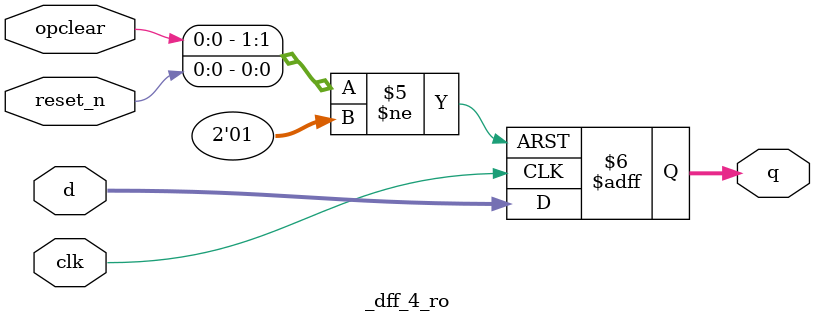
<source format=v>
module _dff_4_ro(clk, reset_n, opclear, d, q);
	input clk, reset_n, opclear;
	input [3:0] d;
	output reg [3:0] q;
	
	always@ (posedge clk or negedge reset_n or posedge opclear)
	begin
		if(reset_n == 0) q <= 4'b0;
		else if(opclear == 1) q <= 4'b0;
		else q <= d;
	end
endmodule
	
</source>
